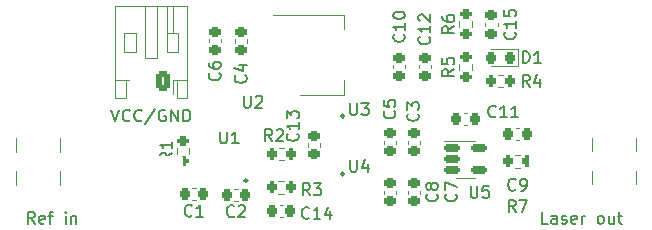
<source format=gbr>
%TF.GenerationSoftware,KiCad,Pcbnew,7.0.1*%
%TF.CreationDate,2023-04-02T02:08:02+02:00*%
%TF.ProjectId,OpenSPS_PCB,4f70656e-5350-4535-9f50-43422e6b6963,rev?*%
%TF.SameCoordinates,Original*%
%TF.FileFunction,Legend,Top*%
%TF.FilePolarity,Positive*%
%FSLAX46Y46*%
G04 Gerber Fmt 4.6, Leading zero omitted, Abs format (unit mm)*
G04 Created by KiCad (PCBNEW 7.0.1) date 2023-04-02 02:08:02*
%MOMM*%
%LPD*%
G01*
G04 APERTURE LIST*
G04 Aperture macros list*
%AMRoundRect*
0 Rectangle with rounded corners*
0 $1 Rounding radius*
0 $2 $3 $4 $5 $6 $7 $8 $9 X,Y pos of 4 corners*
0 Add a 4 corners polygon primitive as box body*
4,1,4,$2,$3,$4,$5,$6,$7,$8,$9,$2,$3,0*
0 Add four circle primitives for the rounded corners*
1,1,$1+$1,$2,$3*
1,1,$1+$1,$4,$5*
1,1,$1+$1,$6,$7*
1,1,$1+$1,$8,$9*
0 Add four rect primitives between the rounded corners*
20,1,$1+$1,$2,$3,$4,$5,0*
20,1,$1+$1,$4,$5,$6,$7,0*
20,1,$1+$1,$6,$7,$8,$9,0*
20,1,$1+$1,$8,$9,$2,$3,0*%
G04 Aperture macros list end*
%ADD10C,0.150000*%
%ADD11C,0.120000*%
%ADD12C,0.249999*%
%ADD13RoundRect,0.200000X0.275000X-0.200000X0.275000X0.200000X-0.275000X0.200000X-0.275000X-0.200000X0*%
%ADD14RoundRect,0.200000X-0.200000X-0.275000X0.200000X-0.275000X0.200000X0.275000X-0.200000X0.275000X0*%
%ADD15C,6.400000*%
%ADD16RoundRect,0.225000X0.250000X-0.225000X0.250000X0.225000X-0.250000X0.225000X-0.250000X-0.225000X0*%
%ADD17RoundRect,0.250000X0.350000X0.625000X-0.350000X0.625000X-0.350000X-0.625000X0.350000X-0.625000X0*%
%ADD18O,1.200000X1.750000*%
%ADD19RoundRect,0.218750X0.218750X0.256250X-0.218750X0.256250X-0.218750X-0.256250X0.218750X-0.256250X0*%
%ADD20R,1.200000X0.399999*%
%ADD21R,2.000000X1.500000*%
%ADD22R,2.000000X3.800000*%
%ADD23RoundRect,0.225000X0.225000X0.250000X-0.225000X0.250000X-0.225000X-0.250000X0.225000X-0.250000X0*%
%ADD24RoundRect,0.225000X-0.225000X-0.250000X0.225000X-0.250000X0.225000X0.250000X-0.225000X0.250000X0*%
%ADD25R,3.600000X1.270000*%
%ADD26R,4.200000X1.350000*%
%ADD27RoundRect,0.150000X-0.512500X-0.150000X0.512500X-0.150000X0.512500X0.150000X-0.512500X0.150000X0*%
%ADD28RoundRect,0.225000X-0.250000X0.225000X-0.250000X-0.225000X0.250000X-0.225000X0.250000X0.225000X0*%
%ADD29RoundRect,0.200000X0.200000X0.275000X-0.200000X0.275000X-0.200000X-0.275000X0.200000X-0.275000X0*%
G04 APERTURE END LIST*
D10*
%TO.C,R6*%
X142032619Y-99941666D02*
X141556428Y-100274999D01*
X142032619Y-100513094D02*
X141032619Y-100513094D01*
X141032619Y-100513094D02*
X141032619Y-100132142D01*
X141032619Y-100132142D02*
X141080238Y-100036904D01*
X141080238Y-100036904D02*
X141127857Y-99989285D01*
X141127857Y-99989285D02*
X141223095Y-99941666D01*
X141223095Y-99941666D02*
X141365952Y-99941666D01*
X141365952Y-99941666D02*
X141461190Y-99989285D01*
X141461190Y-99989285D02*
X141508809Y-100036904D01*
X141508809Y-100036904D02*
X141556428Y-100132142D01*
X141556428Y-100132142D02*
X141556428Y-100513094D01*
X141032619Y-99084523D02*
X141032619Y-99274999D01*
X141032619Y-99274999D02*
X141080238Y-99370237D01*
X141080238Y-99370237D02*
X141127857Y-99417856D01*
X141127857Y-99417856D02*
X141270714Y-99513094D01*
X141270714Y-99513094D02*
X141461190Y-99560713D01*
X141461190Y-99560713D02*
X141842142Y-99560713D01*
X141842142Y-99560713D02*
X141937380Y-99513094D01*
X141937380Y-99513094D02*
X141985000Y-99465475D01*
X141985000Y-99465475D02*
X142032619Y-99370237D01*
X142032619Y-99370237D02*
X142032619Y-99179761D01*
X142032619Y-99179761D02*
X141985000Y-99084523D01*
X141985000Y-99084523D02*
X141937380Y-99036904D01*
X141937380Y-99036904D02*
X141842142Y-98989285D01*
X141842142Y-98989285D02*
X141604047Y-98989285D01*
X141604047Y-98989285D02*
X141508809Y-99036904D01*
X141508809Y-99036904D02*
X141461190Y-99084523D01*
X141461190Y-99084523D02*
X141413571Y-99179761D01*
X141413571Y-99179761D02*
X141413571Y-99370237D01*
X141413571Y-99370237D02*
X141461190Y-99465475D01*
X141461190Y-99465475D02*
X141508809Y-99513094D01*
X141508809Y-99513094D02*
X141604047Y-99560713D01*
%TO.C,R2*%
X126633333Y-109662619D02*
X126300000Y-109186428D01*
X126061905Y-109662619D02*
X126061905Y-108662619D01*
X126061905Y-108662619D02*
X126442857Y-108662619D01*
X126442857Y-108662619D02*
X126538095Y-108710238D01*
X126538095Y-108710238D02*
X126585714Y-108757857D01*
X126585714Y-108757857D02*
X126633333Y-108853095D01*
X126633333Y-108853095D02*
X126633333Y-108995952D01*
X126633333Y-108995952D02*
X126585714Y-109091190D01*
X126585714Y-109091190D02*
X126538095Y-109138809D01*
X126538095Y-109138809D02*
X126442857Y-109186428D01*
X126442857Y-109186428D02*
X126061905Y-109186428D01*
X127014286Y-108757857D02*
X127061905Y-108710238D01*
X127061905Y-108710238D02*
X127157143Y-108662619D01*
X127157143Y-108662619D02*
X127395238Y-108662619D01*
X127395238Y-108662619D02*
X127490476Y-108710238D01*
X127490476Y-108710238D02*
X127538095Y-108757857D01*
X127538095Y-108757857D02*
X127585714Y-108853095D01*
X127585714Y-108853095D02*
X127585714Y-108948333D01*
X127585714Y-108948333D02*
X127538095Y-109091190D01*
X127538095Y-109091190D02*
X126966667Y-109662619D01*
X126966667Y-109662619D02*
X127585714Y-109662619D01*
%TO.C,C10*%
X137767380Y-100642857D02*
X137815000Y-100690476D01*
X137815000Y-100690476D02*
X137862619Y-100833333D01*
X137862619Y-100833333D02*
X137862619Y-100928571D01*
X137862619Y-100928571D02*
X137815000Y-101071428D01*
X137815000Y-101071428D02*
X137719761Y-101166666D01*
X137719761Y-101166666D02*
X137624523Y-101214285D01*
X137624523Y-101214285D02*
X137434047Y-101261904D01*
X137434047Y-101261904D02*
X137291190Y-101261904D01*
X137291190Y-101261904D02*
X137100714Y-101214285D01*
X137100714Y-101214285D02*
X137005476Y-101166666D01*
X137005476Y-101166666D02*
X136910238Y-101071428D01*
X136910238Y-101071428D02*
X136862619Y-100928571D01*
X136862619Y-100928571D02*
X136862619Y-100833333D01*
X136862619Y-100833333D02*
X136910238Y-100690476D01*
X136910238Y-100690476D02*
X136957857Y-100642857D01*
X137862619Y-99690476D02*
X137862619Y-100261904D01*
X137862619Y-99976190D02*
X136862619Y-99976190D01*
X136862619Y-99976190D02*
X137005476Y-100071428D01*
X137005476Y-100071428D02*
X137100714Y-100166666D01*
X137100714Y-100166666D02*
X137148333Y-100261904D01*
X136862619Y-99071428D02*
X136862619Y-98976190D01*
X136862619Y-98976190D02*
X136910238Y-98880952D01*
X136910238Y-98880952D02*
X136957857Y-98833333D01*
X136957857Y-98833333D02*
X137053095Y-98785714D01*
X137053095Y-98785714D02*
X137243571Y-98738095D01*
X137243571Y-98738095D02*
X137481666Y-98738095D01*
X137481666Y-98738095D02*
X137672142Y-98785714D01*
X137672142Y-98785714D02*
X137767380Y-98833333D01*
X137767380Y-98833333D02*
X137815000Y-98880952D01*
X137815000Y-98880952D02*
X137862619Y-98976190D01*
X137862619Y-98976190D02*
X137862619Y-99071428D01*
X137862619Y-99071428D02*
X137815000Y-99166666D01*
X137815000Y-99166666D02*
X137767380Y-99214285D01*
X137767380Y-99214285D02*
X137672142Y-99261904D01*
X137672142Y-99261904D02*
X137481666Y-99309523D01*
X137481666Y-99309523D02*
X137243571Y-99309523D01*
X137243571Y-99309523D02*
X137053095Y-99261904D01*
X137053095Y-99261904D02*
X136957857Y-99214285D01*
X136957857Y-99214285D02*
X136910238Y-99166666D01*
X136910238Y-99166666D02*
X136862619Y-99071428D01*
%TO.C,VCC/GND*%
X113019048Y-107012619D02*
X113352381Y-108012619D01*
X113352381Y-108012619D02*
X113685714Y-107012619D01*
X114590476Y-107917380D02*
X114542857Y-107965000D01*
X114542857Y-107965000D02*
X114400000Y-108012619D01*
X114400000Y-108012619D02*
X114304762Y-108012619D01*
X114304762Y-108012619D02*
X114161905Y-107965000D01*
X114161905Y-107965000D02*
X114066667Y-107869761D01*
X114066667Y-107869761D02*
X114019048Y-107774523D01*
X114019048Y-107774523D02*
X113971429Y-107584047D01*
X113971429Y-107584047D02*
X113971429Y-107441190D01*
X113971429Y-107441190D02*
X114019048Y-107250714D01*
X114019048Y-107250714D02*
X114066667Y-107155476D01*
X114066667Y-107155476D02*
X114161905Y-107060238D01*
X114161905Y-107060238D02*
X114304762Y-107012619D01*
X114304762Y-107012619D02*
X114400000Y-107012619D01*
X114400000Y-107012619D02*
X114542857Y-107060238D01*
X114542857Y-107060238D02*
X114590476Y-107107857D01*
X115590476Y-107917380D02*
X115542857Y-107965000D01*
X115542857Y-107965000D02*
X115400000Y-108012619D01*
X115400000Y-108012619D02*
X115304762Y-108012619D01*
X115304762Y-108012619D02*
X115161905Y-107965000D01*
X115161905Y-107965000D02*
X115066667Y-107869761D01*
X115066667Y-107869761D02*
X115019048Y-107774523D01*
X115019048Y-107774523D02*
X114971429Y-107584047D01*
X114971429Y-107584047D02*
X114971429Y-107441190D01*
X114971429Y-107441190D02*
X115019048Y-107250714D01*
X115019048Y-107250714D02*
X115066667Y-107155476D01*
X115066667Y-107155476D02*
X115161905Y-107060238D01*
X115161905Y-107060238D02*
X115304762Y-107012619D01*
X115304762Y-107012619D02*
X115400000Y-107012619D01*
X115400000Y-107012619D02*
X115542857Y-107060238D01*
X115542857Y-107060238D02*
X115590476Y-107107857D01*
X116733333Y-106965000D02*
X115876191Y-108250714D01*
X117590476Y-107060238D02*
X117495238Y-107012619D01*
X117495238Y-107012619D02*
X117352381Y-107012619D01*
X117352381Y-107012619D02*
X117209524Y-107060238D01*
X117209524Y-107060238D02*
X117114286Y-107155476D01*
X117114286Y-107155476D02*
X117066667Y-107250714D01*
X117066667Y-107250714D02*
X117019048Y-107441190D01*
X117019048Y-107441190D02*
X117019048Y-107584047D01*
X117019048Y-107584047D02*
X117066667Y-107774523D01*
X117066667Y-107774523D02*
X117114286Y-107869761D01*
X117114286Y-107869761D02*
X117209524Y-107965000D01*
X117209524Y-107965000D02*
X117352381Y-108012619D01*
X117352381Y-108012619D02*
X117447619Y-108012619D01*
X117447619Y-108012619D02*
X117590476Y-107965000D01*
X117590476Y-107965000D02*
X117638095Y-107917380D01*
X117638095Y-107917380D02*
X117638095Y-107584047D01*
X117638095Y-107584047D02*
X117447619Y-107584047D01*
X118066667Y-108012619D02*
X118066667Y-107012619D01*
X118066667Y-107012619D02*
X118638095Y-108012619D01*
X118638095Y-108012619D02*
X118638095Y-107012619D01*
X119114286Y-108012619D02*
X119114286Y-107012619D01*
X119114286Y-107012619D02*
X119352381Y-107012619D01*
X119352381Y-107012619D02*
X119495238Y-107060238D01*
X119495238Y-107060238D02*
X119590476Y-107155476D01*
X119590476Y-107155476D02*
X119638095Y-107250714D01*
X119638095Y-107250714D02*
X119685714Y-107441190D01*
X119685714Y-107441190D02*
X119685714Y-107584047D01*
X119685714Y-107584047D02*
X119638095Y-107774523D01*
X119638095Y-107774523D02*
X119590476Y-107869761D01*
X119590476Y-107869761D02*
X119495238Y-107965000D01*
X119495238Y-107965000D02*
X119352381Y-108012619D01*
X119352381Y-108012619D02*
X119114286Y-108012619D01*
%TO.C,D1*%
X147861905Y-103062619D02*
X147861905Y-102062619D01*
X147861905Y-102062619D02*
X148100000Y-102062619D01*
X148100000Y-102062619D02*
X148242857Y-102110238D01*
X148242857Y-102110238D02*
X148338095Y-102205476D01*
X148338095Y-102205476D02*
X148385714Y-102300714D01*
X148385714Y-102300714D02*
X148433333Y-102491190D01*
X148433333Y-102491190D02*
X148433333Y-102634047D01*
X148433333Y-102634047D02*
X148385714Y-102824523D01*
X148385714Y-102824523D02*
X148338095Y-102919761D01*
X148338095Y-102919761D02*
X148242857Y-103015000D01*
X148242857Y-103015000D02*
X148100000Y-103062619D01*
X148100000Y-103062619D02*
X147861905Y-103062619D01*
X149385714Y-103062619D02*
X148814286Y-103062619D01*
X149100000Y-103062619D02*
X149100000Y-102062619D01*
X149100000Y-102062619D02*
X149004762Y-102205476D01*
X149004762Y-102205476D02*
X148909524Y-102300714D01*
X148909524Y-102300714D02*
X148814286Y-102348333D01*
%TO.C,U4*%
X133238095Y-111262619D02*
X133238095Y-112072142D01*
X133238095Y-112072142D02*
X133285714Y-112167380D01*
X133285714Y-112167380D02*
X133333333Y-112215000D01*
X133333333Y-112215000D02*
X133428571Y-112262619D01*
X133428571Y-112262619D02*
X133619047Y-112262619D01*
X133619047Y-112262619D02*
X133714285Y-112215000D01*
X133714285Y-112215000D02*
X133761904Y-112167380D01*
X133761904Y-112167380D02*
X133809523Y-112072142D01*
X133809523Y-112072142D02*
X133809523Y-111262619D01*
X134714285Y-111595952D02*
X134714285Y-112262619D01*
X134476190Y-111215000D02*
X134238095Y-111929285D01*
X134238095Y-111929285D02*
X134857142Y-111929285D01*
%TO.C,C6*%
X122167380Y-103916666D02*
X122215000Y-103964285D01*
X122215000Y-103964285D02*
X122262619Y-104107142D01*
X122262619Y-104107142D02*
X122262619Y-104202380D01*
X122262619Y-104202380D02*
X122215000Y-104345237D01*
X122215000Y-104345237D02*
X122119761Y-104440475D01*
X122119761Y-104440475D02*
X122024523Y-104488094D01*
X122024523Y-104488094D02*
X121834047Y-104535713D01*
X121834047Y-104535713D02*
X121691190Y-104535713D01*
X121691190Y-104535713D02*
X121500714Y-104488094D01*
X121500714Y-104488094D02*
X121405476Y-104440475D01*
X121405476Y-104440475D02*
X121310238Y-104345237D01*
X121310238Y-104345237D02*
X121262619Y-104202380D01*
X121262619Y-104202380D02*
X121262619Y-104107142D01*
X121262619Y-104107142D02*
X121310238Y-103964285D01*
X121310238Y-103964285D02*
X121357857Y-103916666D01*
X121262619Y-103059523D02*
X121262619Y-103249999D01*
X121262619Y-103249999D02*
X121310238Y-103345237D01*
X121310238Y-103345237D02*
X121357857Y-103392856D01*
X121357857Y-103392856D02*
X121500714Y-103488094D01*
X121500714Y-103488094D02*
X121691190Y-103535713D01*
X121691190Y-103535713D02*
X122072142Y-103535713D01*
X122072142Y-103535713D02*
X122167380Y-103488094D01*
X122167380Y-103488094D02*
X122215000Y-103440475D01*
X122215000Y-103440475D02*
X122262619Y-103345237D01*
X122262619Y-103345237D02*
X122262619Y-103154761D01*
X122262619Y-103154761D02*
X122215000Y-103059523D01*
X122215000Y-103059523D02*
X122167380Y-103011904D01*
X122167380Y-103011904D02*
X122072142Y-102964285D01*
X122072142Y-102964285D02*
X121834047Y-102964285D01*
X121834047Y-102964285D02*
X121738809Y-103011904D01*
X121738809Y-103011904D02*
X121691190Y-103059523D01*
X121691190Y-103059523D02*
X121643571Y-103154761D01*
X121643571Y-103154761D02*
X121643571Y-103345237D01*
X121643571Y-103345237D02*
X121691190Y-103440475D01*
X121691190Y-103440475D02*
X121738809Y-103488094D01*
X121738809Y-103488094D02*
X121834047Y-103535713D01*
%TO.C,C4*%
X124367380Y-104116666D02*
X124415000Y-104164285D01*
X124415000Y-104164285D02*
X124462619Y-104307142D01*
X124462619Y-104307142D02*
X124462619Y-104402380D01*
X124462619Y-104402380D02*
X124415000Y-104545237D01*
X124415000Y-104545237D02*
X124319761Y-104640475D01*
X124319761Y-104640475D02*
X124224523Y-104688094D01*
X124224523Y-104688094D02*
X124034047Y-104735713D01*
X124034047Y-104735713D02*
X123891190Y-104735713D01*
X123891190Y-104735713D02*
X123700714Y-104688094D01*
X123700714Y-104688094D02*
X123605476Y-104640475D01*
X123605476Y-104640475D02*
X123510238Y-104545237D01*
X123510238Y-104545237D02*
X123462619Y-104402380D01*
X123462619Y-104402380D02*
X123462619Y-104307142D01*
X123462619Y-104307142D02*
X123510238Y-104164285D01*
X123510238Y-104164285D02*
X123557857Y-104116666D01*
X123795952Y-103259523D02*
X124462619Y-103259523D01*
X123415000Y-103497618D02*
X124129285Y-103735713D01*
X124129285Y-103735713D02*
X124129285Y-103116666D01*
%TO.C,U2*%
X124238095Y-105837619D02*
X124238095Y-106647142D01*
X124238095Y-106647142D02*
X124285714Y-106742380D01*
X124285714Y-106742380D02*
X124333333Y-106790000D01*
X124333333Y-106790000D02*
X124428571Y-106837619D01*
X124428571Y-106837619D02*
X124619047Y-106837619D01*
X124619047Y-106837619D02*
X124714285Y-106790000D01*
X124714285Y-106790000D02*
X124761904Y-106742380D01*
X124761904Y-106742380D02*
X124809523Y-106647142D01*
X124809523Y-106647142D02*
X124809523Y-105837619D01*
X125238095Y-105932857D02*
X125285714Y-105885238D01*
X125285714Y-105885238D02*
X125380952Y-105837619D01*
X125380952Y-105837619D02*
X125619047Y-105837619D01*
X125619047Y-105837619D02*
X125714285Y-105885238D01*
X125714285Y-105885238D02*
X125761904Y-105932857D01*
X125761904Y-105932857D02*
X125809523Y-106028095D01*
X125809523Y-106028095D02*
X125809523Y-106123333D01*
X125809523Y-106123333D02*
X125761904Y-106266190D01*
X125761904Y-106266190D02*
X125190476Y-106837619D01*
X125190476Y-106837619D02*
X125809523Y-106837619D01*
%TO.C,C11*%
X145557142Y-107567380D02*
X145509523Y-107615000D01*
X145509523Y-107615000D02*
X145366666Y-107662619D01*
X145366666Y-107662619D02*
X145271428Y-107662619D01*
X145271428Y-107662619D02*
X145128571Y-107615000D01*
X145128571Y-107615000D02*
X145033333Y-107519761D01*
X145033333Y-107519761D02*
X144985714Y-107424523D01*
X144985714Y-107424523D02*
X144938095Y-107234047D01*
X144938095Y-107234047D02*
X144938095Y-107091190D01*
X144938095Y-107091190D02*
X144985714Y-106900714D01*
X144985714Y-106900714D02*
X145033333Y-106805476D01*
X145033333Y-106805476D02*
X145128571Y-106710238D01*
X145128571Y-106710238D02*
X145271428Y-106662619D01*
X145271428Y-106662619D02*
X145366666Y-106662619D01*
X145366666Y-106662619D02*
X145509523Y-106710238D01*
X145509523Y-106710238D02*
X145557142Y-106757857D01*
X146509523Y-107662619D02*
X145938095Y-107662619D01*
X146223809Y-107662619D02*
X146223809Y-106662619D01*
X146223809Y-106662619D02*
X146128571Y-106805476D01*
X146128571Y-106805476D02*
X146033333Y-106900714D01*
X146033333Y-106900714D02*
X145938095Y-106948333D01*
X147461904Y-107662619D02*
X146890476Y-107662619D01*
X147176190Y-107662619D02*
X147176190Y-106662619D01*
X147176190Y-106662619D02*
X147080952Y-106805476D01*
X147080952Y-106805476D02*
X146985714Y-106900714D01*
X146985714Y-106900714D02*
X146890476Y-106948333D01*
%TO.C,C15*%
X147167380Y-100442857D02*
X147215000Y-100490476D01*
X147215000Y-100490476D02*
X147262619Y-100633333D01*
X147262619Y-100633333D02*
X147262619Y-100728571D01*
X147262619Y-100728571D02*
X147215000Y-100871428D01*
X147215000Y-100871428D02*
X147119761Y-100966666D01*
X147119761Y-100966666D02*
X147024523Y-101014285D01*
X147024523Y-101014285D02*
X146834047Y-101061904D01*
X146834047Y-101061904D02*
X146691190Y-101061904D01*
X146691190Y-101061904D02*
X146500714Y-101014285D01*
X146500714Y-101014285D02*
X146405476Y-100966666D01*
X146405476Y-100966666D02*
X146310238Y-100871428D01*
X146310238Y-100871428D02*
X146262619Y-100728571D01*
X146262619Y-100728571D02*
X146262619Y-100633333D01*
X146262619Y-100633333D02*
X146310238Y-100490476D01*
X146310238Y-100490476D02*
X146357857Y-100442857D01*
X147262619Y-99490476D02*
X147262619Y-100061904D01*
X147262619Y-99776190D02*
X146262619Y-99776190D01*
X146262619Y-99776190D02*
X146405476Y-99871428D01*
X146405476Y-99871428D02*
X146500714Y-99966666D01*
X146500714Y-99966666D02*
X146548333Y-100061904D01*
X146262619Y-98585714D02*
X146262619Y-99061904D01*
X146262619Y-99061904D02*
X146738809Y-99109523D01*
X146738809Y-99109523D02*
X146691190Y-99061904D01*
X146691190Y-99061904D02*
X146643571Y-98966666D01*
X146643571Y-98966666D02*
X146643571Y-98728571D01*
X146643571Y-98728571D02*
X146691190Y-98633333D01*
X146691190Y-98633333D02*
X146738809Y-98585714D01*
X146738809Y-98585714D02*
X146834047Y-98538095D01*
X146834047Y-98538095D02*
X147072142Y-98538095D01*
X147072142Y-98538095D02*
X147167380Y-98585714D01*
X147167380Y-98585714D02*
X147215000Y-98633333D01*
X147215000Y-98633333D02*
X147262619Y-98728571D01*
X147262619Y-98728571D02*
X147262619Y-98966666D01*
X147262619Y-98966666D02*
X147215000Y-99061904D01*
X147215000Y-99061904D02*
X147167380Y-99109523D01*
%TO.C,C7*%
X142167380Y-114166666D02*
X142215000Y-114214285D01*
X142215000Y-114214285D02*
X142262619Y-114357142D01*
X142262619Y-114357142D02*
X142262619Y-114452380D01*
X142262619Y-114452380D02*
X142215000Y-114595237D01*
X142215000Y-114595237D02*
X142119761Y-114690475D01*
X142119761Y-114690475D02*
X142024523Y-114738094D01*
X142024523Y-114738094D02*
X141834047Y-114785713D01*
X141834047Y-114785713D02*
X141691190Y-114785713D01*
X141691190Y-114785713D02*
X141500714Y-114738094D01*
X141500714Y-114738094D02*
X141405476Y-114690475D01*
X141405476Y-114690475D02*
X141310238Y-114595237D01*
X141310238Y-114595237D02*
X141262619Y-114452380D01*
X141262619Y-114452380D02*
X141262619Y-114357142D01*
X141262619Y-114357142D02*
X141310238Y-114214285D01*
X141310238Y-114214285D02*
X141357857Y-114166666D01*
X141262619Y-113833332D02*
X141262619Y-113166666D01*
X141262619Y-113166666D02*
X142262619Y-113595237D01*
%TO.C,C14*%
X129757142Y-116167380D02*
X129709523Y-116215000D01*
X129709523Y-116215000D02*
X129566666Y-116262619D01*
X129566666Y-116262619D02*
X129471428Y-116262619D01*
X129471428Y-116262619D02*
X129328571Y-116215000D01*
X129328571Y-116215000D02*
X129233333Y-116119761D01*
X129233333Y-116119761D02*
X129185714Y-116024523D01*
X129185714Y-116024523D02*
X129138095Y-115834047D01*
X129138095Y-115834047D02*
X129138095Y-115691190D01*
X129138095Y-115691190D02*
X129185714Y-115500714D01*
X129185714Y-115500714D02*
X129233333Y-115405476D01*
X129233333Y-115405476D02*
X129328571Y-115310238D01*
X129328571Y-115310238D02*
X129471428Y-115262619D01*
X129471428Y-115262619D02*
X129566666Y-115262619D01*
X129566666Y-115262619D02*
X129709523Y-115310238D01*
X129709523Y-115310238D02*
X129757142Y-115357857D01*
X130709523Y-116262619D02*
X130138095Y-116262619D01*
X130423809Y-116262619D02*
X130423809Y-115262619D01*
X130423809Y-115262619D02*
X130328571Y-115405476D01*
X130328571Y-115405476D02*
X130233333Y-115500714D01*
X130233333Y-115500714D02*
X130138095Y-115548333D01*
X131566666Y-115595952D02*
X131566666Y-116262619D01*
X131328571Y-115215000D02*
X131090476Y-115929285D01*
X131090476Y-115929285D02*
X131709523Y-115929285D01*
%TO.C,R3*%
X129833333Y-114262619D02*
X129500000Y-113786428D01*
X129261905Y-114262619D02*
X129261905Y-113262619D01*
X129261905Y-113262619D02*
X129642857Y-113262619D01*
X129642857Y-113262619D02*
X129738095Y-113310238D01*
X129738095Y-113310238D02*
X129785714Y-113357857D01*
X129785714Y-113357857D02*
X129833333Y-113453095D01*
X129833333Y-113453095D02*
X129833333Y-113595952D01*
X129833333Y-113595952D02*
X129785714Y-113691190D01*
X129785714Y-113691190D02*
X129738095Y-113738809D01*
X129738095Y-113738809D02*
X129642857Y-113786428D01*
X129642857Y-113786428D02*
X129261905Y-113786428D01*
X130166667Y-113262619D02*
X130785714Y-113262619D01*
X130785714Y-113262619D02*
X130452381Y-113643571D01*
X130452381Y-113643571D02*
X130595238Y-113643571D01*
X130595238Y-113643571D02*
X130690476Y-113691190D01*
X130690476Y-113691190D02*
X130738095Y-113738809D01*
X130738095Y-113738809D02*
X130785714Y-113834047D01*
X130785714Y-113834047D02*
X130785714Y-114072142D01*
X130785714Y-114072142D02*
X130738095Y-114167380D01*
X130738095Y-114167380D02*
X130690476Y-114215000D01*
X130690476Y-114215000D02*
X130595238Y-114262619D01*
X130595238Y-114262619D02*
X130309524Y-114262619D01*
X130309524Y-114262619D02*
X130214286Y-114215000D01*
X130214286Y-114215000D02*
X130166667Y-114167380D01*
%TO.C,C2*%
X123408333Y-116017380D02*
X123360714Y-116065000D01*
X123360714Y-116065000D02*
X123217857Y-116112619D01*
X123217857Y-116112619D02*
X123122619Y-116112619D01*
X123122619Y-116112619D02*
X122979762Y-116065000D01*
X122979762Y-116065000D02*
X122884524Y-115969761D01*
X122884524Y-115969761D02*
X122836905Y-115874523D01*
X122836905Y-115874523D02*
X122789286Y-115684047D01*
X122789286Y-115684047D02*
X122789286Y-115541190D01*
X122789286Y-115541190D02*
X122836905Y-115350714D01*
X122836905Y-115350714D02*
X122884524Y-115255476D01*
X122884524Y-115255476D02*
X122979762Y-115160238D01*
X122979762Y-115160238D02*
X123122619Y-115112619D01*
X123122619Y-115112619D02*
X123217857Y-115112619D01*
X123217857Y-115112619D02*
X123360714Y-115160238D01*
X123360714Y-115160238D02*
X123408333Y-115207857D01*
X123789286Y-115207857D02*
X123836905Y-115160238D01*
X123836905Y-115160238D02*
X123932143Y-115112619D01*
X123932143Y-115112619D02*
X124170238Y-115112619D01*
X124170238Y-115112619D02*
X124265476Y-115160238D01*
X124265476Y-115160238D02*
X124313095Y-115207857D01*
X124313095Y-115207857D02*
X124360714Y-115303095D01*
X124360714Y-115303095D02*
X124360714Y-115398333D01*
X124360714Y-115398333D02*
X124313095Y-115541190D01*
X124313095Y-115541190D02*
X123741667Y-116112619D01*
X123741667Y-116112619D02*
X124360714Y-116112619D01*
%TO.C,Ref in*%
X106523809Y-116662619D02*
X106190476Y-116186428D01*
X105952381Y-116662619D02*
X105952381Y-115662619D01*
X105952381Y-115662619D02*
X106333333Y-115662619D01*
X106333333Y-115662619D02*
X106428571Y-115710238D01*
X106428571Y-115710238D02*
X106476190Y-115757857D01*
X106476190Y-115757857D02*
X106523809Y-115853095D01*
X106523809Y-115853095D02*
X106523809Y-115995952D01*
X106523809Y-115995952D02*
X106476190Y-116091190D01*
X106476190Y-116091190D02*
X106428571Y-116138809D01*
X106428571Y-116138809D02*
X106333333Y-116186428D01*
X106333333Y-116186428D02*
X105952381Y-116186428D01*
X107333333Y-116615000D02*
X107238095Y-116662619D01*
X107238095Y-116662619D02*
X107047619Y-116662619D01*
X107047619Y-116662619D02*
X106952381Y-116615000D01*
X106952381Y-116615000D02*
X106904762Y-116519761D01*
X106904762Y-116519761D02*
X106904762Y-116138809D01*
X106904762Y-116138809D02*
X106952381Y-116043571D01*
X106952381Y-116043571D02*
X107047619Y-115995952D01*
X107047619Y-115995952D02*
X107238095Y-115995952D01*
X107238095Y-115995952D02*
X107333333Y-116043571D01*
X107333333Y-116043571D02*
X107380952Y-116138809D01*
X107380952Y-116138809D02*
X107380952Y-116234047D01*
X107380952Y-116234047D02*
X106904762Y-116329285D01*
X107666667Y-115995952D02*
X108047619Y-115995952D01*
X107809524Y-116662619D02*
X107809524Y-115805476D01*
X107809524Y-115805476D02*
X107857143Y-115710238D01*
X107857143Y-115710238D02*
X107952381Y-115662619D01*
X107952381Y-115662619D02*
X108047619Y-115662619D01*
X109142858Y-116662619D02*
X109142858Y-115995952D01*
X109142858Y-115662619D02*
X109095239Y-115710238D01*
X109095239Y-115710238D02*
X109142858Y-115757857D01*
X109142858Y-115757857D02*
X109190477Y-115710238D01*
X109190477Y-115710238D02*
X109142858Y-115662619D01*
X109142858Y-115662619D02*
X109142858Y-115757857D01*
X109619048Y-115995952D02*
X109619048Y-116662619D01*
X109619048Y-116091190D02*
X109666667Y-116043571D01*
X109666667Y-116043571D02*
X109761905Y-115995952D01*
X109761905Y-115995952D02*
X109904762Y-115995952D01*
X109904762Y-115995952D02*
X110000000Y-116043571D01*
X110000000Y-116043571D02*
X110047619Y-116138809D01*
X110047619Y-116138809D02*
X110047619Y-116662619D01*
%TO.C,Laser out*%
X149942856Y-116662619D02*
X149466666Y-116662619D01*
X149466666Y-116662619D02*
X149466666Y-115662619D01*
X150704761Y-116662619D02*
X150704761Y-116138809D01*
X150704761Y-116138809D02*
X150657142Y-116043571D01*
X150657142Y-116043571D02*
X150561904Y-115995952D01*
X150561904Y-115995952D02*
X150371428Y-115995952D01*
X150371428Y-115995952D02*
X150276190Y-116043571D01*
X150704761Y-116615000D02*
X150609523Y-116662619D01*
X150609523Y-116662619D02*
X150371428Y-116662619D01*
X150371428Y-116662619D02*
X150276190Y-116615000D01*
X150276190Y-116615000D02*
X150228571Y-116519761D01*
X150228571Y-116519761D02*
X150228571Y-116424523D01*
X150228571Y-116424523D02*
X150276190Y-116329285D01*
X150276190Y-116329285D02*
X150371428Y-116281666D01*
X150371428Y-116281666D02*
X150609523Y-116281666D01*
X150609523Y-116281666D02*
X150704761Y-116234047D01*
X151133333Y-116615000D02*
X151228571Y-116662619D01*
X151228571Y-116662619D02*
X151419047Y-116662619D01*
X151419047Y-116662619D02*
X151514285Y-116615000D01*
X151514285Y-116615000D02*
X151561904Y-116519761D01*
X151561904Y-116519761D02*
X151561904Y-116472142D01*
X151561904Y-116472142D02*
X151514285Y-116376904D01*
X151514285Y-116376904D02*
X151419047Y-116329285D01*
X151419047Y-116329285D02*
X151276190Y-116329285D01*
X151276190Y-116329285D02*
X151180952Y-116281666D01*
X151180952Y-116281666D02*
X151133333Y-116186428D01*
X151133333Y-116186428D02*
X151133333Y-116138809D01*
X151133333Y-116138809D02*
X151180952Y-116043571D01*
X151180952Y-116043571D02*
X151276190Y-115995952D01*
X151276190Y-115995952D02*
X151419047Y-115995952D01*
X151419047Y-115995952D02*
X151514285Y-116043571D01*
X152371428Y-116615000D02*
X152276190Y-116662619D01*
X152276190Y-116662619D02*
X152085714Y-116662619D01*
X152085714Y-116662619D02*
X151990476Y-116615000D01*
X151990476Y-116615000D02*
X151942857Y-116519761D01*
X151942857Y-116519761D02*
X151942857Y-116138809D01*
X151942857Y-116138809D02*
X151990476Y-116043571D01*
X151990476Y-116043571D02*
X152085714Y-115995952D01*
X152085714Y-115995952D02*
X152276190Y-115995952D01*
X152276190Y-115995952D02*
X152371428Y-116043571D01*
X152371428Y-116043571D02*
X152419047Y-116138809D01*
X152419047Y-116138809D02*
X152419047Y-116234047D01*
X152419047Y-116234047D02*
X151942857Y-116329285D01*
X152847619Y-116662619D02*
X152847619Y-115995952D01*
X152847619Y-116186428D02*
X152895238Y-116091190D01*
X152895238Y-116091190D02*
X152942857Y-116043571D01*
X152942857Y-116043571D02*
X153038095Y-115995952D01*
X153038095Y-115995952D02*
X153133333Y-115995952D01*
X154371429Y-116662619D02*
X154276191Y-116615000D01*
X154276191Y-116615000D02*
X154228572Y-116567380D01*
X154228572Y-116567380D02*
X154180953Y-116472142D01*
X154180953Y-116472142D02*
X154180953Y-116186428D01*
X154180953Y-116186428D02*
X154228572Y-116091190D01*
X154228572Y-116091190D02*
X154276191Y-116043571D01*
X154276191Y-116043571D02*
X154371429Y-115995952D01*
X154371429Y-115995952D02*
X154514286Y-115995952D01*
X154514286Y-115995952D02*
X154609524Y-116043571D01*
X154609524Y-116043571D02*
X154657143Y-116091190D01*
X154657143Y-116091190D02*
X154704762Y-116186428D01*
X154704762Y-116186428D02*
X154704762Y-116472142D01*
X154704762Y-116472142D02*
X154657143Y-116567380D01*
X154657143Y-116567380D02*
X154609524Y-116615000D01*
X154609524Y-116615000D02*
X154514286Y-116662619D01*
X154514286Y-116662619D02*
X154371429Y-116662619D01*
X155561905Y-115995952D02*
X155561905Y-116662619D01*
X155133334Y-115995952D02*
X155133334Y-116519761D01*
X155133334Y-116519761D02*
X155180953Y-116615000D01*
X155180953Y-116615000D02*
X155276191Y-116662619D01*
X155276191Y-116662619D02*
X155419048Y-116662619D01*
X155419048Y-116662619D02*
X155514286Y-116615000D01*
X155514286Y-116615000D02*
X155561905Y-116567380D01*
X155895239Y-115995952D02*
X156276191Y-115995952D01*
X156038096Y-115662619D02*
X156038096Y-116519761D01*
X156038096Y-116519761D02*
X156085715Y-116615000D01*
X156085715Y-116615000D02*
X156180953Y-116662619D01*
X156180953Y-116662619D02*
X156276191Y-116662619D01*
%TO.C,C12*%
X139917380Y-100842857D02*
X139965000Y-100890476D01*
X139965000Y-100890476D02*
X140012619Y-101033333D01*
X140012619Y-101033333D02*
X140012619Y-101128571D01*
X140012619Y-101128571D02*
X139965000Y-101271428D01*
X139965000Y-101271428D02*
X139869761Y-101366666D01*
X139869761Y-101366666D02*
X139774523Y-101414285D01*
X139774523Y-101414285D02*
X139584047Y-101461904D01*
X139584047Y-101461904D02*
X139441190Y-101461904D01*
X139441190Y-101461904D02*
X139250714Y-101414285D01*
X139250714Y-101414285D02*
X139155476Y-101366666D01*
X139155476Y-101366666D02*
X139060238Y-101271428D01*
X139060238Y-101271428D02*
X139012619Y-101128571D01*
X139012619Y-101128571D02*
X139012619Y-101033333D01*
X139012619Y-101033333D02*
X139060238Y-100890476D01*
X139060238Y-100890476D02*
X139107857Y-100842857D01*
X140012619Y-99890476D02*
X140012619Y-100461904D01*
X140012619Y-100176190D02*
X139012619Y-100176190D01*
X139012619Y-100176190D02*
X139155476Y-100271428D01*
X139155476Y-100271428D02*
X139250714Y-100366666D01*
X139250714Y-100366666D02*
X139298333Y-100461904D01*
X139107857Y-99509523D02*
X139060238Y-99461904D01*
X139060238Y-99461904D02*
X139012619Y-99366666D01*
X139012619Y-99366666D02*
X139012619Y-99128571D01*
X139012619Y-99128571D02*
X139060238Y-99033333D01*
X139060238Y-99033333D02*
X139107857Y-98985714D01*
X139107857Y-98985714D02*
X139203095Y-98938095D01*
X139203095Y-98938095D02*
X139298333Y-98938095D01*
X139298333Y-98938095D02*
X139441190Y-98985714D01*
X139441190Y-98985714D02*
X140012619Y-99557142D01*
X140012619Y-99557142D02*
X140012619Y-98938095D01*
%TO.C,U5*%
X143438095Y-113462619D02*
X143438095Y-114272142D01*
X143438095Y-114272142D02*
X143485714Y-114367380D01*
X143485714Y-114367380D02*
X143533333Y-114415000D01*
X143533333Y-114415000D02*
X143628571Y-114462619D01*
X143628571Y-114462619D02*
X143819047Y-114462619D01*
X143819047Y-114462619D02*
X143914285Y-114415000D01*
X143914285Y-114415000D02*
X143961904Y-114367380D01*
X143961904Y-114367380D02*
X144009523Y-114272142D01*
X144009523Y-114272142D02*
X144009523Y-113462619D01*
X144961904Y-113462619D02*
X144485714Y-113462619D01*
X144485714Y-113462619D02*
X144438095Y-113938809D01*
X144438095Y-113938809D02*
X144485714Y-113891190D01*
X144485714Y-113891190D02*
X144580952Y-113843571D01*
X144580952Y-113843571D02*
X144819047Y-113843571D01*
X144819047Y-113843571D02*
X144914285Y-113891190D01*
X144914285Y-113891190D02*
X144961904Y-113938809D01*
X144961904Y-113938809D02*
X145009523Y-114034047D01*
X145009523Y-114034047D02*
X145009523Y-114272142D01*
X145009523Y-114272142D02*
X144961904Y-114367380D01*
X144961904Y-114367380D02*
X144914285Y-114415000D01*
X144914285Y-114415000D02*
X144819047Y-114462619D01*
X144819047Y-114462619D02*
X144580952Y-114462619D01*
X144580952Y-114462619D02*
X144485714Y-114415000D01*
X144485714Y-114415000D02*
X144438095Y-114367380D01*
%TO.C,C3*%
X138967380Y-107341666D02*
X139015000Y-107389285D01*
X139015000Y-107389285D02*
X139062619Y-107532142D01*
X139062619Y-107532142D02*
X139062619Y-107627380D01*
X139062619Y-107627380D02*
X139015000Y-107770237D01*
X139015000Y-107770237D02*
X138919761Y-107865475D01*
X138919761Y-107865475D02*
X138824523Y-107913094D01*
X138824523Y-107913094D02*
X138634047Y-107960713D01*
X138634047Y-107960713D02*
X138491190Y-107960713D01*
X138491190Y-107960713D02*
X138300714Y-107913094D01*
X138300714Y-107913094D02*
X138205476Y-107865475D01*
X138205476Y-107865475D02*
X138110238Y-107770237D01*
X138110238Y-107770237D02*
X138062619Y-107627380D01*
X138062619Y-107627380D02*
X138062619Y-107532142D01*
X138062619Y-107532142D02*
X138110238Y-107389285D01*
X138110238Y-107389285D02*
X138157857Y-107341666D01*
X138062619Y-107008332D02*
X138062619Y-106389285D01*
X138062619Y-106389285D02*
X138443571Y-106722618D01*
X138443571Y-106722618D02*
X138443571Y-106579761D01*
X138443571Y-106579761D02*
X138491190Y-106484523D01*
X138491190Y-106484523D02*
X138538809Y-106436904D01*
X138538809Y-106436904D02*
X138634047Y-106389285D01*
X138634047Y-106389285D02*
X138872142Y-106389285D01*
X138872142Y-106389285D02*
X138967380Y-106436904D01*
X138967380Y-106436904D02*
X139015000Y-106484523D01*
X139015000Y-106484523D02*
X139062619Y-106579761D01*
X139062619Y-106579761D02*
X139062619Y-106865475D01*
X139062619Y-106865475D02*
X139015000Y-106960713D01*
X139015000Y-106960713D02*
X138967380Y-107008332D01*
%TO.C,U3*%
X133238095Y-106462619D02*
X133238095Y-107272142D01*
X133238095Y-107272142D02*
X133285714Y-107367380D01*
X133285714Y-107367380D02*
X133333333Y-107415000D01*
X133333333Y-107415000D02*
X133428571Y-107462619D01*
X133428571Y-107462619D02*
X133619047Y-107462619D01*
X133619047Y-107462619D02*
X133714285Y-107415000D01*
X133714285Y-107415000D02*
X133761904Y-107367380D01*
X133761904Y-107367380D02*
X133809523Y-107272142D01*
X133809523Y-107272142D02*
X133809523Y-106462619D01*
X134190476Y-106462619D02*
X134809523Y-106462619D01*
X134809523Y-106462619D02*
X134476190Y-106843571D01*
X134476190Y-106843571D02*
X134619047Y-106843571D01*
X134619047Y-106843571D02*
X134714285Y-106891190D01*
X134714285Y-106891190D02*
X134761904Y-106938809D01*
X134761904Y-106938809D02*
X134809523Y-107034047D01*
X134809523Y-107034047D02*
X134809523Y-107272142D01*
X134809523Y-107272142D02*
X134761904Y-107367380D01*
X134761904Y-107367380D02*
X134714285Y-107415000D01*
X134714285Y-107415000D02*
X134619047Y-107462619D01*
X134619047Y-107462619D02*
X134333333Y-107462619D01*
X134333333Y-107462619D02*
X134238095Y-107415000D01*
X134238095Y-107415000D02*
X134190476Y-107367380D01*
%TO.C,C13*%
X128767380Y-109042857D02*
X128815000Y-109090476D01*
X128815000Y-109090476D02*
X128862619Y-109233333D01*
X128862619Y-109233333D02*
X128862619Y-109328571D01*
X128862619Y-109328571D02*
X128815000Y-109471428D01*
X128815000Y-109471428D02*
X128719761Y-109566666D01*
X128719761Y-109566666D02*
X128624523Y-109614285D01*
X128624523Y-109614285D02*
X128434047Y-109661904D01*
X128434047Y-109661904D02*
X128291190Y-109661904D01*
X128291190Y-109661904D02*
X128100714Y-109614285D01*
X128100714Y-109614285D02*
X128005476Y-109566666D01*
X128005476Y-109566666D02*
X127910238Y-109471428D01*
X127910238Y-109471428D02*
X127862619Y-109328571D01*
X127862619Y-109328571D02*
X127862619Y-109233333D01*
X127862619Y-109233333D02*
X127910238Y-109090476D01*
X127910238Y-109090476D02*
X127957857Y-109042857D01*
X128862619Y-108090476D02*
X128862619Y-108661904D01*
X128862619Y-108376190D02*
X127862619Y-108376190D01*
X127862619Y-108376190D02*
X128005476Y-108471428D01*
X128005476Y-108471428D02*
X128100714Y-108566666D01*
X128100714Y-108566666D02*
X128148333Y-108661904D01*
X127862619Y-107757142D02*
X127862619Y-107138095D01*
X127862619Y-107138095D02*
X128243571Y-107471428D01*
X128243571Y-107471428D02*
X128243571Y-107328571D01*
X128243571Y-107328571D02*
X128291190Y-107233333D01*
X128291190Y-107233333D02*
X128338809Y-107185714D01*
X128338809Y-107185714D02*
X128434047Y-107138095D01*
X128434047Y-107138095D02*
X128672142Y-107138095D01*
X128672142Y-107138095D02*
X128767380Y-107185714D01*
X128767380Y-107185714D02*
X128815000Y-107233333D01*
X128815000Y-107233333D02*
X128862619Y-107328571D01*
X128862619Y-107328571D02*
X128862619Y-107614285D01*
X128862619Y-107614285D02*
X128815000Y-107709523D01*
X128815000Y-107709523D02*
X128767380Y-107757142D01*
%TO.C,R1*%
X118132619Y-110666666D02*
X117656428Y-110999999D01*
X118132619Y-111238094D02*
X117132619Y-111238094D01*
X117132619Y-111238094D02*
X117132619Y-110857142D01*
X117132619Y-110857142D02*
X117180238Y-110761904D01*
X117180238Y-110761904D02*
X117227857Y-110714285D01*
X117227857Y-110714285D02*
X117323095Y-110666666D01*
X117323095Y-110666666D02*
X117465952Y-110666666D01*
X117465952Y-110666666D02*
X117561190Y-110714285D01*
X117561190Y-110714285D02*
X117608809Y-110761904D01*
X117608809Y-110761904D02*
X117656428Y-110857142D01*
X117656428Y-110857142D02*
X117656428Y-111238094D01*
X118132619Y-109714285D02*
X118132619Y-110285713D01*
X118132619Y-109999999D02*
X117132619Y-109999999D01*
X117132619Y-109999999D02*
X117275476Y-110095237D01*
X117275476Y-110095237D02*
X117370714Y-110190475D01*
X117370714Y-110190475D02*
X117418333Y-110285713D01*
%TO.C,R7*%
X147233333Y-115662619D02*
X146900000Y-115186428D01*
X146661905Y-115662619D02*
X146661905Y-114662619D01*
X146661905Y-114662619D02*
X147042857Y-114662619D01*
X147042857Y-114662619D02*
X147138095Y-114710238D01*
X147138095Y-114710238D02*
X147185714Y-114757857D01*
X147185714Y-114757857D02*
X147233333Y-114853095D01*
X147233333Y-114853095D02*
X147233333Y-114995952D01*
X147233333Y-114995952D02*
X147185714Y-115091190D01*
X147185714Y-115091190D02*
X147138095Y-115138809D01*
X147138095Y-115138809D02*
X147042857Y-115186428D01*
X147042857Y-115186428D02*
X146661905Y-115186428D01*
X147566667Y-114662619D02*
X148233333Y-114662619D01*
X148233333Y-114662619D02*
X147804762Y-115662619D01*
%TO.C,C8*%
X140567380Y-114166666D02*
X140615000Y-114214285D01*
X140615000Y-114214285D02*
X140662619Y-114357142D01*
X140662619Y-114357142D02*
X140662619Y-114452380D01*
X140662619Y-114452380D02*
X140615000Y-114595237D01*
X140615000Y-114595237D02*
X140519761Y-114690475D01*
X140519761Y-114690475D02*
X140424523Y-114738094D01*
X140424523Y-114738094D02*
X140234047Y-114785713D01*
X140234047Y-114785713D02*
X140091190Y-114785713D01*
X140091190Y-114785713D02*
X139900714Y-114738094D01*
X139900714Y-114738094D02*
X139805476Y-114690475D01*
X139805476Y-114690475D02*
X139710238Y-114595237D01*
X139710238Y-114595237D02*
X139662619Y-114452380D01*
X139662619Y-114452380D02*
X139662619Y-114357142D01*
X139662619Y-114357142D02*
X139710238Y-114214285D01*
X139710238Y-114214285D02*
X139757857Y-114166666D01*
X140091190Y-113595237D02*
X140043571Y-113690475D01*
X140043571Y-113690475D02*
X139995952Y-113738094D01*
X139995952Y-113738094D02*
X139900714Y-113785713D01*
X139900714Y-113785713D02*
X139853095Y-113785713D01*
X139853095Y-113785713D02*
X139757857Y-113738094D01*
X139757857Y-113738094D02*
X139710238Y-113690475D01*
X139710238Y-113690475D02*
X139662619Y-113595237D01*
X139662619Y-113595237D02*
X139662619Y-113404761D01*
X139662619Y-113404761D02*
X139710238Y-113309523D01*
X139710238Y-113309523D02*
X139757857Y-113261904D01*
X139757857Y-113261904D02*
X139853095Y-113214285D01*
X139853095Y-113214285D02*
X139900714Y-113214285D01*
X139900714Y-113214285D02*
X139995952Y-113261904D01*
X139995952Y-113261904D02*
X140043571Y-113309523D01*
X140043571Y-113309523D02*
X140091190Y-113404761D01*
X140091190Y-113404761D02*
X140091190Y-113595237D01*
X140091190Y-113595237D02*
X140138809Y-113690475D01*
X140138809Y-113690475D02*
X140186428Y-113738094D01*
X140186428Y-113738094D02*
X140281666Y-113785713D01*
X140281666Y-113785713D02*
X140472142Y-113785713D01*
X140472142Y-113785713D02*
X140567380Y-113738094D01*
X140567380Y-113738094D02*
X140615000Y-113690475D01*
X140615000Y-113690475D02*
X140662619Y-113595237D01*
X140662619Y-113595237D02*
X140662619Y-113404761D01*
X140662619Y-113404761D02*
X140615000Y-113309523D01*
X140615000Y-113309523D02*
X140567380Y-113261904D01*
X140567380Y-113261904D02*
X140472142Y-113214285D01*
X140472142Y-113214285D02*
X140281666Y-113214285D01*
X140281666Y-113214285D02*
X140186428Y-113261904D01*
X140186428Y-113261904D02*
X140138809Y-113309523D01*
X140138809Y-113309523D02*
X140091190Y-113404761D01*
%TO.C,C5*%
X136967380Y-107141666D02*
X137015000Y-107189285D01*
X137015000Y-107189285D02*
X137062619Y-107332142D01*
X137062619Y-107332142D02*
X137062619Y-107427380D01*
X137062619Y-107427380D02*
X137015000Y-107570237D01*
X137015000Y-107570237D02*
X136919761Y-107665475D01*
X136919761Y-107665475D02*
X136824523Y-107713094D01*
X136824523Y-107713094D02*
X136634047Y-107760713D01*
X136634047Y-107760713D02*
X136491190Y-107760713D01*
X136491190Y-107760713D02*
X136300714Y-107713094D01*
X136300714Y-107713094D02*
X136205476Y-107665475D01*
X136205476Y-107665475D02*
X136110238Y-107570237D01*
X136110238Y-107570237D02*
X136062619Y-107427380D01*
X136062619Y-107427380D02*
X136062619Y-107332142D01*
X136062619Y-107332142D02*
X136110238Y-107189285D01*
X136110238Y-107189285D02*
X136157857Y-107141666D01*
X136062619Y-106236904D02*
X136062619Y-106713094D01*
X136062619Y-106713094D02*
X136538809Y-106760713D01*
X136538809Y-106760713D02*
X136491190Y-106713094D01*
X136491190Y-106713094D02*
X136443571Y-106617856D01*
X136443571Y-106617856D02*
X136443571Y-106379761D01*
X136443571Y-106379761D02*
X136491190Y-106284523D01*
X136491190Y-106284523D02*
X136538809Y-106236904D01*
X136538809Y-106236904D02*
X136634047Y-106189285D01*
X136634047Y-106189285D02*
X136872142Y-106189285D01*
X136872142Y-106189285D02*
X136967380Y-106236904D01*
X136967380Y-106236904D02*
X137015000Y-106284523D01*
X137015000Y-106284523D02*
X137062619Y-106379761D01*
X137062619Y-106379761D02*
X137062619Y-106617856D01*
X137062619Y-106617856D02*
X137015000Y-106713094D01*
X137015000Y-106713094D02*
X136967380Y-106760713D01*
%TO.C,R4*%
X148433333Y-105062619D02*
X148100000Y-104586428D01*
X147861905Y-105062619D02*
X147861905Y-104062619D01*
X147861905Y-104062619D02*
X148242857Y-104062619D01*
X148242857Y-104062619D02*
X148338095Y-104110238D01*
X148338095Y-104110238D02*
X148385714Y-104157857D01*
X148385714Y-104157857D02*
X148433333Y-104253095D01*
X148433333Y-104253095D02*
X148433333Y-104395952D01*
X148433333Y-104395952D02*
X148385714Y-104491190D01*
X148385714Y-104491190D02*
X148338095Y-104538809D01*
X148338095Y-104538809D02*
X148242857Y-104586428D01*
X148242857Y-104586428D02*
X147861905Y-104586428D01*
X149290476Y-104395952D02*
X149290476Y-105062619D01*
X149052381Y-104015000D02*
X148814286Y-104729285D01*
X148814286Y-104729285D02*
X149433333Y-104729285D01*
%TO.C,U1*%
X122238095Y-108862619D02*
X122238095Y-109672142D01*
X122238095Y-109672142D02*
X122285714Y-109767380D01*
X122285714Y-109767380D02*
X122333333Y-109815000D01*
X122333333Y-109815000D02*
X122428571Y-109862619D01*
X122428571Y-109862619D02*
X122619047Y-109862619D01*
X122619047Y-109862619D02*
X122714285Y-109815000D01*
X122714285Y-109815000D02*
X122761904Y-109767380D01*
X122761904Y-109767380D02*
X122809523Y-109672142D01*
X122809523Y-109672142D02*
X122809523Y-108862619D01*
X123809523Y-109862619D02*
X123238095Y-109862619D01*
X123523809Y-109862619D02*
X123523809Y-108862619D01*
X123523809Y-108862619D02*
X123428571Y-109005476D01*
X123428571Y-109005476D02*
X123333333Y-109100714D01*
X123333333Y-109100714D02*
X123238095Y-109148333D01*
%TO.C,C9*%
X147233333Y-113767380D02*
X147185714Y-113815000D01*
X147185714Y-113815000D02*
X147042857Y-113862619D01*
X147042857Y-113862619D02*
X146947619Y-113862619D01*
X146947619Y-113862619D02*
X146804762Y-113815000D01*
X146804762Y-113815000D02*
X146709524Y-113719761D01*
X146709524Y-113719761D02*
X146661905Y-113624523D01*
X146661905Y-113624523D02*
X146614286Y-113434047D01*
X146614286Y-113434047D02*
X146614286Y-113291190D01*
X146614286Y-113291190D02*
X146661905Y-113100714D01*
X146661905Y-113100714D02*
X146709524Y-113005476D01*
X146709524Y-113005476D02*
X146804762Y-112910238D01*
X146804762Y-112910238D02*
X146947619Y-112862619D01*
X146947619Y-112862619D02*
X147042857Y-112862619D01*
X147042857Y-112862619D02*
X147185714Y-112910238D01*
X147185714Y-112910238D02*
X147233333Y-112957857D01*
X147709524Y-113862619D02*
X147900000Y-113862619D01*
X147900000Y-113862619D02*
X147995238Y-113815000D01*
X147995238Y-113815000D02*
X148042857Y-113767380D01*
X148042857Y-113767380D02*
X148138095Y-113624523D01*
X148138095Y-113624523D02*
X148185714Y-113434047D01*
X148185714Y-113434047D02*
X148185714Y-113053095D01*
X148185714Y-113053095D02*
X148138095Y-112957857D01*
X148138095Y-112957857D02*
X148090476Y-112910238D01*
X148090476Y-112910238D02*
X147995238Y-112862619D01*
X147995238Y-112862619D02*
X147804762Y-112862619D01*
X147804762Y-112862619D02*
X147709524Y-112910238D01*
X147709524Y-112910238D02*
X147661905Y-112957857D01*
X147661905Y-112957857D02*
X147614286Y-113053095D01*
X147614286Y-113053095D02*
X147614286Y-113291190D01*
X147614286Y-113291190D02*
X147661905Y-113386428D01*
X147661905Y-113386428D02*
X147709524Y-113434047D01*
X147709524Y-113434047D02*
X147804762Y-113481666D01*
X147804762Y-113481666D02*
X147995238Y-113481666D01*
X147995238Y-113481666D02*
X148090476Y-113434047D01*
X148090476Y-113434047D02*
X148138095Y-113386428D01*
X148138095Y-113386428D02*
X148185714Y-113291190D01*
%TO.C,R5*%
X142032619Y-103566666D02*
X141556428Y-103899999D01*
X142032619Y-104138094D02*
X141032619Y-104138094D01*
X141032619Y-104138094D02*
X141032619Y-103757142D01*
X141032619Y-103757142D02*
X141080238Y-103661904D01*
X141080238Y-103661904D02*
X141127857Y-103614285D01*
X141127857Y-103614285D02*
X141223095Y-103566666D01*
X141223095Y-103566666D02*
X141365952Y-103566666D01*
X141365952Y-103566666D02*
X141461190Y-103614285D01*
X141461190Y-103614285D02*
X141508809Y-103661904D01*
X141508809Y-103661904D02*
X141556428Y-103757142D01*
X141556428Y-103757142D02*
X141556428Y-104138094D01*
X141032619Y-102661904D02*
X141032619Y-103138094D01*
X141032619Y-103138094D02*
X141508809Y-103185713D01*
X141508809Y-103185713D02*
X141461190Y-103138094D01*
X141461190Y-103138094D02*
X141413571Y-103042856D01*
X141413571Y-103042856D02*
X141413571Y-102804761D01*
X141413571Y-102804761D02*
X141461190Y-102709523D01*
X141461190Y-102709523D02*
X141508809Y-102661904D01*
X141508809Y-102661904D02*
X141604047Y-102614285D01*
X141604047Y-102614285D02*
X141842142Y-102614285D01*
X141842142Y-102614285D02*
X141937380Y-102661904D01*
X141937380Y-102661904D02*
X141985000Y-102709523D01*
X141985000Y-102709523D02*
X142032619Y-102804761D01*
X142032619Y-102804761D02*
X142032619Y-103042856D01*
X142032619Y-103042856D02*
X141985000Y-103138094D01*
X141985000Y-103138094D02*
X141937380Y-103185713D01*
%TO.C,C1*%
X119833333Y-115972380D02*
X119785714Y-116020000D01*
X119785714Y-116020000D02*
X119642857Y-116067619D01*
X119642857Y-116067619D02*
X119547619Y-116067619D01*
X119547619Y-116067619D02*
X119404762Y-116020000D01*
X119404762Y-116020000D02*
X119309524Y-115924761D01*
X119309524Y-115924761D02*
X119261905Y-115829523D01*
X119261905Y-115829523D02*
X119214286Y-115639047D01*
X119214286Y-115639047D02*
X119214286Y-115496190D01*
X119214286Y-115496190D02*
X119261905Y-115305714D01*
X119261905Y-115305714D02*
X119309524Y-115210476D01*
X119309524Y-115210476D02*
X119404762Y-115115238D01*
X119404762Y-115115238D02*
X119547619Y-115067619D01*
X119547619Y-115067619D02*
X119642857Y-115067619D01*
X119642857Y-115067619D02*
X119785714Y-115115238D01*
X119785714Y-115115238D02*
X119833333Y-115162857D01*
X120785714Y-116067619D02*
X120214286Y-116067619D01*
X120500000Y-116067619D02*
X120500000Y-115067619D01*
X120500000Y-115067619D02*
X120404762Y-115210476D01*
X120404762Y-115210476D02*
X120309524Y-115305714D01*
X120309524Y-115305714D02*
X120214286Y-115353333D01*
D11*
%TO.C,R6*%
X142477500Y-100012258D02*
X142477500Y-99537742D01*
X143522500Y-100012258D02*
X143522500Y-99537742D01*
%TO.C,R2*%
X127187742Y-110227500D02*
X127662258Y-110227500D01*
X127187742Y-111272500D02*
X127662258Y-111272500D01*
%TO.C,C10*%
X136890000Y-103515580D02*
X136890000Y-103234420D01*
X137910000Y-103515580D02*
X137910000Y-103234420D01*
%TO.C,VCC/GND*%
X119460000Y-106060000D02*
X119460000Y-98240000D01*
X119460000Y-104460000D02*
X118540000Y-104460000D01*
X119460000Y-98240000D02*
X113340000Y-98240000D01*
X118700000Y-102100000D02*
X118700000Y-100500000D01*
X118700000Y-100500000D02*
X117700000Y-100500000D01*
X118540000Y-106060000D02*
X119460000Y-106060000D01*
X118540000Y-104460000D02*
X118540000Y-106060000D01*
X118260000Y-104460000D02*
X118540000Y-104460000D01*
X118260000Y-104460000D02*
X118260000Y-105675000D01*
X118200000Y-100500000D02*
X118200000Y-98240000D01*
X117700000Y-102100000D02*
X118700000Y-102100000D01*
X117700000Y-100500000D02*
X117700000Y-102100000D01*
X117700000Y-100500000D02*
X117700000Y-98240000D01*
X116900000Y-102600000D02*
X115900000Y-102600000D01*
X116900000Y-98240000D02*
X116900000Y-102600000D01*
X115900000Y-102600000D02*
X115900000Y-98240000D01*
X115100000Y-102100000D02*
X114100000Y-102100000D01*
X115100000Y-100500000D02*
X115100000Y-102100000D01*
X114260000Y-106060000D02*
X114260000Y-104460000D01*
X114260000Y-104460000D02*
X114540000Y-104460000D01*
X114100000Y-102100000D02*
X114100000Y-100500000D01*
X114100000Y-100500000D02*
X115100000Y-100500000D01*
X113340000Y-106060000D02*
X114260000Y-106060000D01*
X113340000Y-104460000D02*
X114260000Y-104460000D01*
X113340000Y-98240000D02*
X113340000Y-106060000D01*
%TO.C,D1*%
X147472500Y-103335000D02*
X147472500Y-101865000D01*
X147472500Y-101865000D02*
X145187500Y-101865000D01*
X145187500Y-103335000D02*
X147472500Y-103335000D01*
D12*
%TO.C,U4*%
X132725001Y-112449999D02*
G75*
G03*
X132725001Y-112449999I-125001J0D01*
G01*
D11*
%TO.C,C6*%
X121290000Y-101315580D02*
X121290000Y-101034420D01*
X122310000Y-101315580D02*
X122310000Y-101034420D01*
%TO.C,C4*%
X123490000Y-101340580D02*
X123490000Y-101059420D01*
X124510000Y-101340580D02*
X124510000Y-101059420D01*
%TO.C,U2*%
X126700000Y-98965000D02*
X132710000Y-98965000D01*
X128950000Y-105785000D02*
X132710000Y-105785000D01*
X132710000Y-98965000D02*
X132710000Y-100225000D01*
X132710000Y-105785000D02*
X132710000Y-104525000D01*
%TO.C,C11*%
X143140580Y-108310000D02*
X142859420Y-108310000D01*
X143140580Y-107290000D02*
X142859420Y-107290000D01*
%TO.C,C15*%
X144690000Y-99940580D02*
X144690000Y-99659420D01*
X145710000Y-99940580D02*
X145710000Y-99659420D01*
%TO.C,C7*%
X138090000Y-114140580D02*
X138090000Y-113859420D01*
X139110000Y-114140580D02*
X139110000Y-113859420D01*
%TO.C,C14*%
X127540580Y-116110000D02*
X127259420Y-116110000D01*
X127540580Y-115090000D02*
X127259420Y-115090000D01*
%TO.C,R3*%
X127162742Y-113077500D02*
X127637258Y-113077500D01*
X127162742Y-114122500D02*
X127637258Y-114122500D01*
%TO.C,C2*%
X123434420Y-113690000D02*
X123715580Y-113690000D01*
X123434420Y-114710000D02*
X123715580Y-114710000D01*
%TO.C,Ref in*%
X108672500Y-109450000D02*
X108672500Y-110560000D01*
X104962500Y-109450000D02*
X104962500Y-110560000D01*
X109722500Y-111150000D02*
X109222500Y-111400000D01*
X109222500Y-111400000D02*
X109722500Y-111650000D01*
X109722500Y-111650000D02*
X109722500Y-111150000D01*
X108672500Y-112240000D02*
X108672500Y-113350000D01*
X104962500Y-112240000D02*
X104962500Y-113350000D01*
%TO.C,Laser out*%
X153702500Y-113300000D02*
X153702500Y-112190000D01*
X157412500Y-113300000D02*
X157412500Y-112190000D01*
X152652500Y-111600000D02*
X153152500Y-111350000D01*
X153152500Y-111350000D02*
X152652500Y-111100000D01*
X152652500Y-111100000D02*
X152652500Y-111600000D01*
X153702500Y-110510000D02*
X153702500Y-109400000D01*
X157412500Y-110510000D02*
X157412500Y-109400000D01*
%TO.C,C12*%
X139090000Y-103515580D02*
X139090000Y-103234420D01*
X140110000Y-103515580D02*
X140110000Y-103234420D01*
%TO.C,U5*%
X143000000Y-109640000D02*
X141200000Y-109640000D01*
X143000000Y-109640000D02*
X143800000Y-109640000D01*
X143000000Y-112760000D02*
X142200000Y-112760000D01*
X143000000Y-112760000D02*
X143800000Y-112760000D01*
%TO.C,C3*%
X139110000Y-109634420D02*
X139110000Y-109915580D01*
X138090000Y-109634420D02*
X138090000Y-109915580D01*
D12*
%TO.C,U3*%
X132725001Y-107549999D02*
G75*
G03*
X132725001Y-107549999I-125001J0D01*
G01*
D11*
%TO.C,C13*%
X129690000Y-110140580D02*
X129690000Y-109859420D01*
X130710000Y-110140580D02*
X130710000Y-109859420D01*
%TO.C,R1*%
X118577500Y-110737258D02*
X118577500Y-110262742D01*
X119622500Y-110737258D02*
X119622500Y-110262742D01*
%TO.C,R7*%
X147162742Y-110877500D02*
X147637258Y-110877500D01*
X147162742Y-111922500D02*
X147637258Y-111922500D01*
%TO.C,C8*%
X136090000Y-114140580D02*
X136090000Y-113859420D01*
X137110000Y-114140580D02*
X137110000Y-113859420D01*
%TO.C,C5*%
X137110000Y-109634420D02*
X137110000Y-109915580D01*
X136090000Y-109634420D02*
X136090000Y-109915580D01*
%TO.C,R4*%
X146212258Y-105122500D02*
X145737742Y-105122500D01*
X146212258Y-104077500D02*
X145737742Y-104077500D01*
D12*
%TO.C,U1*%
X124525002Y-113000002D02*
G75*
G03*
X124525002Y-113000002I-125001J0D01*
G01*
D11*
%TO.C,C9*%
X147259420Y-108590000D02*
X147540580Y-108590000D01*
X147259420Y-109610000D02*
X147540580Y-109610000D01*
%TO.C,R5*%
X142477500Y-103637258D02*
X142477500Y-103162742D01*
X143522500Y-103637258D02*
X143522500Y-103162742D01*
%TO.C,C1*%
X120140580Y-114685000D02*
X119859420Y-114685000D01*
X120140580Y-113665000D02*
X119859420Y-113665000D01*
%TD*%
%LPC*%
D13*
%TO.C,R6*%
X143000000Y-100600000D03*
X143000000Y-98950000D03*
%TD*%
D14*
%TO.C,R2*%
X126600000Y-110750000D03*
X128250000Y-110750000D03*
%TD*%
D15*
%TO.C,H2*%
X153400000Y-102000000D03*
%TD*%
D16*
%TO.C,C10*%
X137400000Y-104150000D03*
X137400000Y-102600000D03*
%TD*%
D17*
%TO.C,VCC/GND*%
X117400000Y-104600000D03*
D18*
X115400000Y-104600000D03*
%TD*%
D19*
%TO.C,D1*%
X146775000Y-102600000D03*
X145200000Y-102600000D03*
%TD*%
D20*
%TO.C,U4*%
X132600000Y-113200000D03*
X132600000Y-113850000D03*
X132600000Y-114500000D03*
X134199999Y-114500000D03*
X134199999Y-113850000D03*
X134199999Y-113200000D03*
%TD*%
D16*
%TO.C,C6*%
X121800000Y-101950000D03*
X121800000Y-100400000D03*
%TD*%
%TO.C,C4*%
X124000000Y-101975000D03*
X124000000Y-100425000D03*
%TD*%
D21*
%TO.C,U2*%
X127650000Y-100075000D03*
X127650000Y-102375000D03*
D22*
X133950000Y-102375000D03*
D21*
X127650000Y-104675000D03*
%TD*%
D23*
%TO.C,C11*%
X143775000Y-107800000D03*
X142225000Y-107800000D03*
%TD*%
D16*
%TO.C,C15*%
X145200000Y-100575000D03*
X145200000Y-99025000D03*
%TD*%
%TO.C,C7*%
X138600000Y-114775000D03*
X138600000Y-113225000D03*
%TD*%
D23*
%TO.C,C14*%
X128175000Y-115600000D03*
X126625000Y-115600000D03*
%TD*%
D14*
%TO.C,R3*%
X126575000Y-113600000D03*
X128225000Y-113600000D03*
%TD*%
D24*
%TO.C,C2*%
X122800000Y-114200000D03*
X124350000Y-114200000D03*
%TD*%
D25*
%TO.C,Ref in*%
X106762500Y-111400000D03*
D26*
X106962500Y-108575000D03*
X106962500Y-114225000D03*
%TD*%
D25*
%TO.C,Laser out*%
X155612500Y-111350000D03*
D26*
X155412500Y-114175000D03*
X155412500Y-108525000D03*
%TD*%
D16*
%TO.C,C12*%
X139600000Y-104150000D03*
X139600000Y-102600000D03*
%TD*%
D27*
%TO.C,U5*%
X141862500Y-110250000D03*
X141862500Y-111200000D03*
X141862500Y-112150000D03*
X144137500Y-112150000D03*
X144137500Y-110250000D03*
%TD*%
D28*
%TO.C,C3*%
X138600000Y-109000000D03*
X138600000Y-110550000D03*
%TD*%
D20*
%TO.C,U3*%
X132600000Y-108300000D03*
X132600000Y-108950000D03*
X132600000Y-109600000D03*
X134199999Y-109600000D03*
X134199999Y-108950000D03*
X134199999Y-108300000D03*
%TD*%
D16*
%TO.C,C13*%
X130200000Y-110775000D03*
X130200000Y-109225000D03*
%TD*%
D13*
%TO.C,R1*%
X119100000Y-111325000D03*
X119100000Y-109675000D03*
%TD*%
D14*
%TO.C,R7*%
X146575000Y-111400000D03*
X148225000Y-111400000D03*
%TD*%
D16*
%TO.C,C8*%
X136600000Y-114775000D03*
X136600000Y-113225000D03*
%TD*%
D28*
%TO.C,C5*%
X136600000Y-109000000D03*
X136600000Y-110550000D03*
%TD*%
D29*
%TO.C,R4*%
X146800000Y-104600000D03*
X145150000Y-104600000D03*
%TD*%
D20*
%TO.C,U1*%
X124400001Y-112250001D03*
X124400001Y-111600001D03*
X124400001Y-110950001D03*
X122800002Y-110950001D03*
X122800002Y-111600001D03*
X122800002Y-112250001D03*
%TD*%
D24*
%TO.C,C9*%
X146625000Y-109100000D03*
X148175000Y-109100000D03*
%TD*%
D13*
%TO.C,R5*%
X143000000Y-104225000D03*
X143000000Y-102575000D03*
%TD*%
D23*
%TO.C,C1*%
X120775000Y-114175000D03*
X119225000Y-114175000D03*
%TD*%
D15*
%TO.C,H1*%
X109000000Y-102000000D03*
%TD*%
G36*
X118988000Y-110916613D02*
G01*
X119033387Y-110962000D01*
X119050000Y-111024000D01*
X119050000Y-111776000D01*
X119033387Y-111838000D01*
X118988000Y-111883387D01*
X118926000Y-111900000D01*
X108574000Y-111900000D01*
X108512000Y-111883387D01*
X108466613Y-111838000D01*
X108450000Y-111776000D01*
X108450000Y-111024000D01*
X108466613Y-110962000D01*
X108512000Y-110916613D01*
X108574000Y-110900000D01*
X118926000Y-110900000D01*
X118988000Y-110916613D01*
G37*
G36*
X153938000Y-110916613D02*
G01*
X153983387Y-110962000D01*
X154000000Y-111024000D01*
X154000000Y-111776000D01*
X153983387Y-111838000D01*
X153938000Y-111883387D01*
X153876000Y-111900000D01*
X148524000Y-111900000D01*
X148462000Y-111883387D01*
X148416613Y-111838000D01*
X148400000Y-111776000D01*
X148400000Y-111024000D01*
X148416613Y-110962000D01*
X148462000Y-110916613D01*
X148524000Y-110900000D01*
X153876000Y-110900000D01*
X153938000Y-110916613D01*
G37*
M02*

</source>
